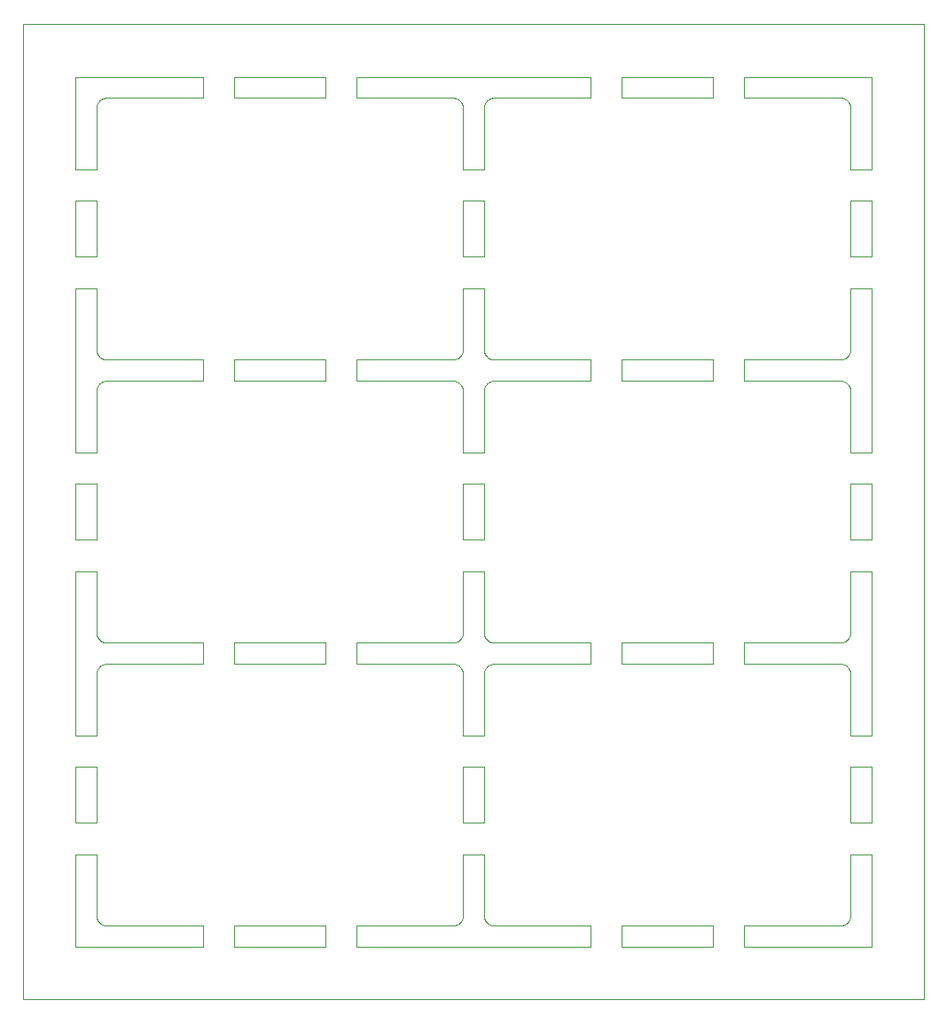
<source format=gbr>
%TF.GenerationSoftware,KiCad,Pcbnew,8.0.3*%
%TF.CreationDate,2024-12-25T16:19:31+08:00*%
%TF.ProjectId,ICM-42688_Panelized,49434d2d-3432-4363-9838-5f50616e656c,rev?*%
%TF.SameCoordinates,Original*%
%TF.FileFunction,Profile,NP*%
%FSLAX46Y46*%
G04 Gerber Fmt 4.6, Leading zero omitted, Abs format (unit mm)*
G04 Created by KiCad (PCBNEW 8.0.3) date 2024-12-25 16:19:31*
%MOMM*%
%LPD*%
G01*
G04 APERTURE LIST*
%TA.AperFunction,Profile*%
%ADD10C,0.100000*%
%TD*%
G04 APERTURE END LIST*
D10*
X147374346Y-78485301D02*
X147397804Y-78440394D01*
X146651427Y-81011531D02*
X146601168Y-81005130D01*
X183701298Y-105979529D02*
X183750652Y-105968077D01*
X184112105Y-78790775D02*
X184151372Y-78758758D01*
X183500000Y-79000000D02*
X183550649Y-78998716D01*
X149625653Y-27514698D02*
X149602195Y-27559605D01*
X113059605Y-54102195D02*
X113014698Y-54125653D01*
X112709224Y-81387894D02*
X112679236Y-81428731D01*
X113059605Y-51897804D02*
X113105644Y-51918957D01*
X112741241Y-27348627D02*
X112709224Y-27387894D01*
X183847305Y-78937752D02*
X183894355Y-78918957D01*
X146847305Y-105937752D02*
X146894355Y-105918957D01*
X150449350Y-54001283D02*
X150398831Y-54005130D01*
X146500000Y-79000000D02*
X146550649Y-78998716D01*
X183550649Y-105998716D02*
X183601168Y-105994869D01*
X150398831Y-54005130D02*
X150348572Y-54011531D01*
X112500000Y-78000000D02*
X112501283Y-78050649D01*
X146985301Y-105874346D02*
X147028964Y-105848644D01*
X148499000Y-60833333D02*
X147500000Y-60833333D01*
X184500000Y-45166666D02*
X186500000Y-45166666D01*
X112928731Y-78820763D02*
X112971035Y-78848644D01*
X184258758Y-78651372D02*
X184290775Y-78612105D01*
X147418957Y-54605644D02*
X147397804Y-54559605D01*
X122666666Y-52000000D02*
X122666666Y-52999000D01*
X184454139Y-51299363D02*
X184468077Y-51250652D01*
X147374346Y-54514698D02*
X147348644Y-54471035D01*
X149501283Y-81949350D02*
X149500000Y-82000000D01*
X149928731Y-105820763D02*
X149971035Y-105848644D01*
X146550649Y-78998716D02*
X146601168Y-78994869D01*
X150500000Y-79000000D02*
X159666666Y-79000000D01*
X149545860Y-81700636D02*
X149531922Y-81749347D01*
X149500000Y-72166666D02*
X149500000Y-78000000D01*
X184437752Y-51347305D02*
X184454139Y-51299363D01*
X113200636Y-78954139D02*
X113249347Y-78968077D01*
X183550649Y-27001283D02*
X183500000Y-27000000D01*
X159666666Y-25000000D02*
X159666666Y-27000000D01*
X146847305Y-54062247D02*
X146799363Y-54045860D01*
X147397804Y-51440394D02*
X147418957Y-51394355D01*
X146940394Y-78897804D02*
X146985301Y-78874346D01*
X147188966Y-51724792D02*
X147224792Y-51688966D01*
X149500000Y-78000000D02*
X149501283Y-78050649D01*
X149625653Y-105485301D02*
X149651355Y-105528964D01*
X147258758Y-54348627D02*
X147224792Y-54311033D01*
X146701298Y-78979529D02*
X146750652Y-78968077D01*
X125666666Y-27000000D02*
X125666666Y-25000000D01*
X183651427Y-27011531D02*
X183601168Y-27005130D01*
X113348572Y-51988468D02*
X113398831Y-51994869D01*
X146750652Y-105968077D02*
X146799363Y-105954139D01*
X150449350Y-51998716D02*
X150500000Y-52000000D01*
X184454139Y-81700636D02*
X184437752Y-81652694D01*
X184479529Y-27798701D02*
X184468077Y-27749347D01*
X146940394Y-105897804D02*
X146985301Y-105874346D01*
X149511531Y-51151427D02*
X149520470Y-51201298D01*
X112775207Y-27311033D02*
X112741241Y-27348627D01*
X137333333Y-106000000D02*
X146500000Y-106000000D01*
X122666666Y-53001000D02*
X122666666Y-54000000D01*
X147418957Y-27605644D02*
X147397804Y-27559605D01*
X184397804Y-105440394D02*
X184418957Y-105394355D01*
X149679236Y-78571268D02*
X149709224Y-78612105D01*
X149500000Y-90833333D02*
X149500000Y-96166666D01*
X146847305Y-81062247D02*
X146799363Y-81045860D01*
X150249347Y-27031922D02*
X150200636Y-27045860D01*
X112887894Y-27209224D02*
X112848627Y-27241241D01*
X112928731Y-105820763D02*
X112971035Y-105848644D01*
X147112105Y-81209224D02*
X147071268Y-81179236D01*
X112581042Y-54605644D02*
X112562247Y-54652694D01*
X149511531Y-78151427D02*
X149520470Y-78201298D01*
X184397804Y-54559605D02*
X184374346Y-54514698D01*
X110500000Y-33833333D02*
X110500000Y-25000000D01*
X112500000Y-69166666D02*
X110500000Y-69166666D01*
X113249347Y-51968077D02*
X113298701Y-51979529D01*
X184188966Y-27275207D02*
X184151372Y-27241241D01*
X149928731Y-51820763D02*
X149971035Y-51848644D01*
X147418957Y-51394355D02*
X147437752Y-51347305D01*
X113348572Y-54011531D02*
X113298701Y-54020470D01*
X183985301Y-27125653D02*
X183940394Y-27102195D01*
X184468077Y-51250652D02*
X184479529Y-51201298D01*
X149625653Y-51485301D02*
X149651355Y-51528964D01*
X162666666Y-80001000D02*
X162666666Y-79999000D01*
X174333333Y-27000000D02*
X174333333Y-25000000D01*
X183550649Y-54001283D02*
X183500000Y-54000000D01*
X150059605Y-51897804D02*
X150105644Y-51918957D01*
X112887894Y-54209224D02*
X112848627Y-54241241D01*
X184374346Y-81514698D02*
X184348644Y-81471035D01*
X184468077Y-105250652D02*
X184479529Y-105201298D01*
X149651355Y-54471035D02*
X149625653Y-54514698D01*
X149500000Y-99166666D02*
X149500000Y-105000000D01*
X147418957Y-81605644D02*
X147397804Y-81559605D01*
X125666666Y-54000000D02*
X125666666Y-53001000D01*
X184397804Y-78440394D02*
X184418957Y-78394355D01*
X147151372Y-54241241D02*
X147112105Y-54209224D01*
X184112105Y-54209224D02*
X184071268Y-54179236D01*
X146550649Y-105998716D02*
X146601168Y-105994869D01*
X147494869Y-54898831D02*
X147488468Y-54848572D01*
X112581042Y-81605644D02*
X112562247Y-81652694D01*
X184500000Y-55000000D02*
X184498716Y-54949350D01*
X146701298Y-81020470D02*
X146651427Y-81011531D01*
X147488468Y-54848572D02*
X147479529Y-54798701D01*
X113449350Y-27001283D02*
X113398831Y-27005130D01*
X149505130Y-81898831D02*
X149501283Y-81949350D01*
X146651427Y-105988468D02*
X146701298Y-105979529D01*
X110500000Y-72166666D02*
X112500000Y-72166666D01*
X134333333Y-79999000D02*
X134333333Y-80001000D01*
X112625653Y-54514698D02*
X112602195Y-54559605D01*
X183985301Y-54125653D02*
X183940394Y-54102195D01*
X184028964Y-27151355D02*
X183985301Y-27125653D01*
X147418957Y-105394355D02*
X147437752Y-105347305D01*
X186500000Y-42166666D02*
X184500000Y-42166666D01*
X186500000Y-108000000D02*
X174333333Y-108000000D01*
X150449350Y-78998716D02*
X150500000Y-79000000D01*
X150200636Y-78954139D02*
X150249347Y-78968077D01*
X112520470Y-54798701D02*
X112511531Y-54848572D01*
X112505130Y-78101168D02*
X112511531Y-78151427D01*
X146550649Y-27001283D02*
X146500000Y-27000000D01*
X147500000Y-99166666D02*
X148499000Y-99166666D01*
X149602195Y-51440394D02*
X149625653Y-51485301D01*
X147071268Y-81179236D02*
X147028964Y-81151355D01*
X147488468Y-27848572D02*
X147479529Y-27798701D01*
X147479529Y-81798701D02*
X147468077Y-81749347D01*
X184500000Y-72166666D02*
X186500000Y-72166666D01*
X112500000Y-99166666D02*
X112500000Y-105000000D01*
X125666666Y-79000000D02*
X134333333Y-79000000D01*
X184500000Y-78000000D02*
X184500000Y-72166666D01*
X147071268Y-54179236D02*
X147028964Y-54151355D01*
X112887894Y-105790775D02*
X112928731Y-105820763D01*
X146799363Y-105954139D02*
X146847305Y-105937752D01*
X150500000Y-81000000D02*
X150449350Y-81001283D01*
X147468077Y-81749347D02*
X147454139Y-81700636D01*
X112679236Y-27428731D02*
X112651355Y-27471035D01*
X113105644Y-78918957D02*
X113152694Y-78937752D01*
X147468077Y-51250652D02*
X147479529Y-51201298D01*
X150249347Y-78968077D02*
X150298701Y-78979529D01*
X148499000Y-90833333D02*
X148501000Y-90833333D01*
X113014698Y-27125653D02*
X112971035Y-27151355D01*
X147397804Y-81559605D02*
X147374346Y-81514698D01*
X183750652Y-81031922D02*
X183701298Y-81020470D01*
X147500000Y-82000000D02*
X147498716Y-81949350D01*
X149531922Y-78250652D02*
X149545860Y-78299363D01*
X149581042Y-51394355D02*
X149602195Y-51440394D01*
X112625653Y-81514698D02*
X112602195Y-81559605D01*
X134333333Y-106000000D02*
X134333333Y-108000000D01*
X149625653Y-81514698D02*
X149602195Y-81559605D01*
X147454139Y-105299363D02*
X147468077Y-105250652D01*
X112520470Y-51201298D02*
X112531922Y-51250652D01*
X110500000Y-108000000D02*
X110500000Y-99166666D01*
X147500000Y-45166666D02*
X148499000Y-45166666D01*
X183940394Y-81102195D02*
X183894355Y-81081042D01*
X171333333Y-27000000D02*
X162666666Y-27000000D01*
X149581042Y-105394355D02*
X149602195Y-105440394D01*
X112531922Y-81749347D02*
X112520470Y-81798701D01*
X150014698Y-51874346D02*
X150059605Y-51897804D01*
X112928731Y-54179236D02*
X112887894Y-54209224D01*
X150298701Y-54020470D02*
X150249347Y-54031922D01*
X113105644Y-27081042D02*
X113059605Y-27102195D01*
X159666666Y-52000000D02*
X159666666Y-52999000D01*
X147112105Y-105790775D02*
X147151372Y-105758758D01*
X184500000Y-96166666D02*
X184500000Y-90833333D01*
X159666666Y-79999000D02*
X159666666Y-80001000D01*
X146550649Y-51998716D02*
X146601168Y-51994869D01*
X137333333Y-54000000D02*
X137333333Y-53001000D01*
X112775207Y-78688966D02*
X112811033Y-78724792D01*
X134333333Y-79000000D02*
X134333333Y-79999000D01*
X149505130Y-51101168D02*
X149511531Y-51151427D01*
X184290775Y-27387894D02*
X184258758Y-27348627D01*
X113398831Y-54005130D02*
X113348572Y-54011531D01*
X184437752Y-78347305D02*
X184454139Y-78299363D01*
X112545860Y-27700636D02*
X112531922Y-27749347D01*
X134333333Y-80001000D02*
X134333333Y-81000000D01*
X147374346Y-27514698D02*
X147348644Y-27471035D01*
X183601168Y-105994869D02*
X183651427Y-105988468D01*
X112971035Y-78848644D02*
X113014698Y-78874346D01*
X110500000Y-99166666D02*
X112500000Y-99166666D01*
X184071268Y-78820763D02*
X184112105Y-78790775D01*
X184500000Y-63833333D02*
X186500000Y-63833333D01*
X148501000Y-99166666D02*
X149500000Y-99166666D01*
X149505130Y-54898831D02*
X149501283Y-54949350D01*
X147320763Y-105571268D02*
X147348644Y-105528964D01*
X149501283Y-51050649D02*
X149505130Y-51101168D01*
X162666666Y-52999000D02*
X162666666Y-52000000D01*
X146894355Y-51918957D02*
X146940394Y-51897804D01*
X147468077Y-54749347D02*
X147454139Y-54700636D01*
X147071268Y-105820763D02*
X147112105Y-105790775D01*
X149887894Y-51790775D02*
X149928731Y-51820763D01*
X184290775Y-105612105D02*
X184320763Y-105571268D01*
X146799363Y-54045860D02*
X146750652Y-54031922D01*
X184494869Y-54898831D02*
X184488468Y-54848572D01*
X148499000Y-33833333D02*
X147500000Y-33833333D01*
X149500000Y-55000000D02*
X149500000Y-60833333D01*
X147397804Y-54559605D02*
X147374346Y-54514698D01*
X148501000Y-60833333D02*
X148499000Y-60833333D01*
X149679236Y-81428731D02*
X149651355Y-81471035D01*
X112928731Y-27179236D02*
X112887894Y-27209224D01*
X184500000Y-90833333D02*
X186500000Y-90833333D01*
X186500000Y-60833333D02*
X184500000Y-60833333D01*
X183750652Y-105968077D02*
X183799363Y-105954139D01*
X112602195Y-105440394D02*
X112625653Y-105485301D01*
X137333333Y-25000000D02*
X159666666Y-25000000D01*
X149500000Y-45166666D02*
X149500000Y-51000000D01*
X113398831Y-51994869D02*
X113449350Y-51998716D01*
X184151372Y-78758758D02*
X184188966Y-78724792D01*
X184500000Y-33833333D02*
X184500000Y-28000000D01*
X184479529Y-81798701D02*
X184468077Y-81749347D01*
X184348644Y-78528964D02*
X184374346Y-78485301D01*
X149602195Y-54559605D02*
X149581042Y-54605644D01*
X112545860Y-105299363D02*
X112562247Y-105347305D01*
X147500000Y-87833333D02*
X147500000Y-82000000D01*
X146750652Y-51968077D02*
X146799363Y-51954139D01*
X113298701Y-51979529D02*
X113348572Y-51988468D01*
X113014698Y-51874346D02*
X113059605Y-51897804D01*
X184454139Y-27700636D02*
X184437752Y-27652694D01*
X113348572Y-105988468D02*
X113398831Y-105994869D01*
X150059605Y-105897804D02*
X150105644Y-105918957D01*
X146894355Y-27081042D02*
X146847305Y-27062247D01*
X184374346Y-27514698D02*
X184348644Y-27471035D01*
X150348572Y-54011531D02*
X150298701Y-54020470D01*
X112581042Y-27605644D02*
X112562247Y-27652694D01*
X147454139Y-78299363D02*
X147468077Y-78250652D01*
X174333333Y-81000000D02*
X174333333Y-80001000D01*
X149500000Y-87833333D02*
X148501000Y-87833333D01*
X150298701Y-105979529D02*
X150348572Y-105988468D01*
X174333333Y-79999000D02*
X174333333Y-79000000D01*
X184468077Y-27749347D02*
X184454139Y-27700636D01*
X149928731Y-78820763D02*
X149971035Y-78848644D01*
X112500000Y-51000000D02*
X112501283Y-51050649D01*
X183799363Y-105954139D02*
X183847305Y-105937752D01*
X184112105Y-27209224D02*
X184071268Y-27179236D01*
X146651427Y-27011531D02*
X146601168Y-27005130D01*
X149500000Y-33833333D02*
X148501000Y-33833333D01*
X184071268Y-54179236D02*
X184028964Y-54151355D01*
X183894355Y-27081042D02*
X183847305Y-27062247D01*
X112500000Y-96166666D02*
X110500000Y-96166666D01*
X171333333Y-108000000D02*
X162666666Y-108000000D01*
X113152694Y-27062247D02*
X113105644Y-27081042D01*
X113105644Y-81081042D02*
X113059605Y-81102195D01*
X112775207Y-54311033D02*
X112741241Y-54348627D01*
X184479529Y-78201298D02*
X184488468Y-78151427D01*
X112887894Y-51790775D02*
X112928731Y-51820763D01*
X183940394Y-105897804D02*
X183985301Y-105874346D01*
X112679236Y-54428731D02*
X112651355Y-54471035D01*
X184454139Y-105299363D02*
X184468077Y-105250652D01*
X147151372Y-51758758D02*
X147188966Y-51724792D01*
X184374346Y-105485301D02*
X184397804Y-105440394D01*
X149562247Y-81652694D02*
X149545860Y-81700636D01*
X150348572Y-105988468D02*
X150398831Y-105994869D01*
X146847305Y-27062247D02*
X146799363Y-27045860D01*
X112741241Y-105651372D02*
X112775207Y-105688966D01*
X134333333Y-52000000D02*
X134333333Y-52999000D01*
X174333333Y-108000000D02*
X174333333Y-106000000D01*
X148499000Y-36833333D02*
X148501000Y-36833333D01*
X146500000Y-81000000D02*
X137333333Y-81000000D01*
X147397804Y-105440394D02*
X147418957Y-105394355D01*
X159666666Y-54000000D02*
X150500000Y-54000000D01*
X113059605Y-81102195D02*
X113014698Y-81125653D01*
X184418957Y-78394355D02*
X184437752Y-78347305D01*
X149811033Y-81275207D02*
X149775207Y-81311033D01*
X183894355Y-54081042D02*
X183847305Y-54062247D01*
X112500000Y-60833333D02*
X110500000Y-60833333D01*
X147028964Y-27151355D02*
X146985301Y-27125653D01*
X113249347Y-81031922D02*
X113200636Y-81045860D01*
X112531922Y-27749347D02*
X112520470Y-27798701D01*
X149625653Y-78485301D02*
X149651355Y-78528964D01*
X183500000Y-106000000D02*
X183550649Y-105998716D01*
X150105644Y-51918957D02*
X150152694Y-51937752D01*
X146894355Y-81081042D02*
X146847305Y-81062247D01*
X183601168Y-78994869D02*
X183651427Y-78988468D01*
X148501000Y-90833333D02*
X149500000Y-90833333D01*
X149971035Y-105848644D02*
X150014698Y-105874346D01*
X147028964Y-54151355D02*
X146985301Y-54125653D01*
X122666666Y-79000000D02*
X122666666Y-79999000D01*
X110500000Y-87833333D02*
X110500000Y-72166666D01*
X112971035Y-81151355D02*
X112928731Y-81179236D01*
X174333333Y-79000000D02*
X183500000Y-79000000D01*
X147437752Y-81652694D02*
X147418957Y-81605644D01*
X183601168Y-81005130D02*
X183550649Y-81001283D01*
X112500000Y-87833333D02*
X110500000Y-87833333D01*
X162666666Y-108000000D02*
X162666666Y-106000000D01*
X184348644Y-54471035D02*
X184320763Y-54428731D01*
X149562247Y-105347305D02*
X149581042Y-105394355D01*
X149511531Y-54848572D02*
X149505130Y-54898831D01*
X112581042Y-51394355D02*
X112602195Y-51440394D01*
X146940394Y-27102195D02*
X146894355Y-27081042D01*
X137333333Y-79999000D02*
X137333333Y-79000000D01*
X184258758Y-27348627D02*
X184224792Y-27311033D01*
X186500000Y-63833333D02*
X186500000Y-69166666D01*
X113200636Y-27045860D02*
X113152694Y-27062247D01*
X149848627Y-105758758D02*
X149887894Y-105790775D01*
X184418957Y-51394355D02*
X184437752Y-51347305D01*
X184418957Y-54605644D02*
X184397804Y-54559605D01*
X149928731Y-81179236D02*
X149887894Y-81209224D01*
X186500000Y-72166666D02*
X186500000Y-87833333D01*
X184188966Y-81275207D02*
X184151372Y-81241241D01*
X150105644Y-54081042D02*
X150059605Y-54102195D01*
X113105644Y-54081042D02*
X113059605Y-54102195D01*
X112511531Y-78151427D02*
X112520470Y-78201298D01*
X184488468Y-81848572D02*
X184479529Y-81798701D01*
X184468077Y-54749347D02*
X184454139Y-54700636D01*
X183500000Y-81000000D02*
X174333333Y-81000000D01*
X149971035Y-78848644D02*
X150014698Y-78874346D01*
X146550649Y-54001283D02*
X146500000Y-54000000D01*
X162666666Y-52000000D02*
X171333333Y-52000000D01*
X184494869Y-51101168D02*
X184498716Y-51050649D01*
X137333333Y-52000000D02*
X146500000Y-52000000D01*
X147374346Y-51485301D02*
X147397804Y-51440394D01*
X184224792Y-51688966D02*
X184258758Y-51651372D01*
X183500000Y-54000000D02*
X174333333Y-54000000D01*
X147071268Y-78820763D02*
X147112105Y-78790775D01*
X183847305Y-51937752D02*
X183894355Y-51918957D01*
X150200636Y-105954139D02*
X150249347Y-105968077D01*
X147494869Y-105101168D02*
X147498716Y-105050649D01*
X184224792Y-54311033D02*
X184188966Y-54275207D01*
X184374346Y-54514698D02*
X184348644Y-54471035D01*
X148501000Y-72166666D02*
X149500000Y-72166666D01*
X150014698Y-78874346D02*
X150059605Y-78897804D01*
X162666666Y-54000000D02*
X162666666Y-53001000D01*
X112520470Y-78201298D02*
X112531922Y-78250652D01*
X147258758Y-27348627D02*
X147224792Y-27311033D01*
X183550649Y-51998716D02*
X183601168Y-51994869D01*
X112741241Y-51651372D02*
X112775207Y-51688966D01*
X186500000Y-36833333D02*
X186500000Y-42166666D01*
X149501283Y-27949350D02*
X149500000Y-28000000D01*
X147348644Y-81471035D02*
X147320763Y-81428731D01*
X149602195Y-78440394D02*
X149625653Y-78485301D01*
X150500000Y-52000000D02*
X159666666Y-52000000D01*
X174333333Y-80001000D02*
X174333333Y-79999000D01*
X150059605Y-54102195D02*
X150014698Y-54125653D01*
X146847305Y-78937752D02*
X146894355Y-78918957D01*
X137333333Y-79000000D02*
X146500000Y-79000000D01*
X147479529Y-27798701D02*
X147468077Y-27749347D01*
X184488468Y-51151427D02*
X184494869Y-51101168D01*
X113152694Y-81062247D02*
X113105644Y-81081042D01*
X122666666Y-27000000D02*
X113500000Y-27000000D01*
X149500000Y-42166666D02*
X148501000Y-42166666D01*
X147498716Y-54949350D02*
X147494869Y-54898831D01*
X112520470Y-105201298D02*
X112531922Y-105250652D01*
X146601168Y-78994869D02*
X146651427Y-78988468D01*
X146894355Y-78918957D02*
X146940394Y-78897804D01*
X112581042Y-78394355D02*
X112602195Y-78440394D01*
X112811033Y-78724792D02*
X112848627Y-78758758D01*
X148499000Y-96166666D02*
X147500000Y-96166666D01*
X150059605Y-81102195D02*
X150014698Y-81125653D01*
X183550649Y-81001283D02*
X183500000Y-81000000D01*
X146500000Y-27000000D02*
X137333333Y-27000000D01*
X191500000Y-113000000D02*
X191500000Y-20000000D01*
X186500000Y-96166666D02*
X184500000Y-96166666D01*
X113152694Y-105937752D02*
X113200636Y-105954139D01*
X149500000Y-96166666D02*
X148501000Y-96166666D01*
X113298701Y-54020470D02*
X113249347Y-54031922D01*
X125666666Y-53001000D02*
X125666666Y-52999000D01*
X183651427Y-54011531D02*
X183601168Y-54005130D01*
X112971035Y-105848644D02*
X113014698Y-105874346D01*
X149505130Y-105101168D02*
X149511531Y-105151427D01*
X147488468Y-51151427D02*
X147494869Y-51101168D01*
X149511531Y-105151427D02*
X149520470Y-105201298D01*
X186500000Y-33833333D02*
X184500000Y-33833333D01*
X122666666Y-81000000D02*
X113500000Y-81000000D01*
X122666666Y-80001000D02*
X122666666Y-81000000D01*
X149651355Y-78528964D02*
X149679236Y-78571268D01*
X183799363Y-51954139D02*
X183847305Y-51937752D01*
X149679236Y-51571268D02*
X149709224Y-51612105D01*
X112679236Y-81428731D02*
X112651355Y-81471035D01*
X148499000Y-87833333D02*
X147500000Y-87833333D01*
X112531922Y-54749347D02*
X112520470Y-54798701D01*
X113500000Y-81000000D02*
X113449350Y-81001283D01*
X146550649Y-81001283D02*
X146500000Y-81000000D01*
X113200636Y-105954139D02*
X113249347Y-105968077D01*
X184348644Y-105528964D02*
X184374346Y-105485301D01*
X147290775Y-27387894D02*
X147258758Y-27348627D01*
X113449350Y-51998716D02*
X113500000Y-52000000D01*
X125666666Y-81000000D02*
X125666666Y-80001000D01*
X110500000Y-42166666D02*
X110500000Y-36833333D01*
X137333333Y-52999000D02*
X137333333Y-52000000D01*
X184454139Y-78299363D02*
X184468077Y-78250652D01*
X149531922Y-54749347D02*
X149520470Y-54798701D01*
X149602195Y-81559605D02*
X149581042Y-81605644D01*
X183985301Y-105874346D02*
X184028964Y-105848644D01*
X150298701Y-78979529D02*
X150348572Y-78988468D01*
X149775207Y-78688966D02*
X149811033Y-78724792D01*
X147397804Y-27559605D02*
X147374346Y-27514698D01*
X184494869Y-27898831D02*
X184488468Y-27848572D01*
X149562247Y-78347305D02*
X149581042Y-78394355D01*
X147112105Y-54209224D02*
X147071268Y-54179236D01*
X113200636Y-54045860D02*
X113152694Y-54062247D01*
X146799363Y-78954139D02*
X146847305Y-78937752D01*
X149505130Y-78101168D02*
X149511531Y-78151427D01*
X184290775Y-78612105D02*
X184320763Y-78571268D01*
X147488468Y-78151427D02*
X147494869Y-78101168D01*
X112505130Y-81898831D02*
X112501283Y-81949350D01*
X184320763Y-27428731D02*
X184290775Y-27387894D01*
X149501283Y-54949350D02*
X149500000Y-55000000D01*
X113059605Y-78897804D02*
X113105644Y-78918957D01*
X183701298Y-51979529D02*
X183750652Y-51968077D01*
X150152694Y-54062247D02*
X150105644Y-54081042D01*
X184071268Y-27179236D02*
X184028964Y-27151355D01*
X183750652Y-54031922D02*
X183701298Y-54020470D01*
X147320763Y-27428731D02*
X147290775Y-27387894D01*
X184290775Y-51612105D02*
X184320763Y-51571268D01*
X149741241Y-81348627D02*
X149709224Y-81387894D01*
X148501000Y-63833333D02*
X149500000Y-63833333D01*
X146799363Y-81045860D02*
X146750652Y-81031922D01*
X146985301Y-81125653D02*
X146940394Y-81102195D01*
X149520470Y-27798701D02*
X149511531Y-27848572D01*
X147224792Y-27311033D02*
X147188966Y-27275207D01*
X112741241Y-78651372D02*
X112775207Y-78688966D01*
X112811033Y-51724792D02*
X112848627Y-51758758D01*
X112811033Y-81275207D02*
X112775207Y-81311033D01*
X112971035Y-54151355D02*
X112928731Y-54179236D01*
X162666666Y-81000000D02*
X162666666Y-80001000D01*
X149500000Y-63833333D02*
X149500000Y-69166666D01*
X112625653Y-51485301D02*
X112651355Y-51528964D01*
X147151372Y-81241241D02*
X147112105Y-81209224D01*
X122666666Y-79999000D02*
X122666666Y-80001000D01*
X183651427Y-78988468D02*
X183701298Y-78979529D01*
X147454139Y-54700636D02*
X147437752Y-54652694D01*
X149971035Y-27151355D02*
X149928731Y-27179236D01*
X110500000Y-90833333D02*
X112500000Y-90833333D01*
X184498716Y-51050649D02*
X184500000Y-51000000D01*
X147290775Y-78612105D02*
X147320763Y-78571268D01*
X110500000Y-60833333D02*
X110500000Y-45166666D01*
X183799363Y-27045860D02*
X183750652Y-27031922D01*
X112562247Y-54652694D02*
X112545860Y-54700636D01*
X149679236Y-54428731D02*
X149651355Y-54471035D01*
X147224792Y-105688966D02*
X147258758Y-105651372D01*
X147112105Y-51790775D02*
X147151372Y-51758758D01*
X149679236Y-27428731D02*
X149651355Y-27471035D01*
X147348644Y-105528964D02*
X147374346Y-105485301D01*
X112501283Y-54949350D02*
X112500000Y-55000000D01*
X113014698Y-78874346D02*
X113059605Y-78897804D01*
X146985301Y-78874346D02*
X147028964Y-78848644D01*
X147468077Y-27749347D02*
X147454139Y-27700636D01*
X112887894Y-81209224D02*
X112848627Y-81241241D01*
X149741241Y-51651372D02*
X149775207Y-51688966D01*
X113298701Y-105979529D02*
X113348572Y-105988468D01*
X147290775Y-51612105D02*
X147320763Y-51571268D01*
X183894355Y-78918957D02*
X183940394Y-78897804D01*
X162666666Y-53001000D02*
X162666666Y-52999000D01*
X183847305Y-27062247D02*
X183799363Y-27045860D01*
X146940394Y-51897804D02*
X146985301Y-51874346D01*
X149501283Y-78050649D02*
X149505130Y-78101168D01*
X147348644Y-54471035D02*
X147320763Y-54428731D01*
X174333333Y-52000000D02*
X183500000Y-52000000D01*
X183940394Y-27102195D02*
X183894355Y-27081042D01*
X112679236Y-51571268D02*
X112709224Y-51612105D01*
X125666666Y-106000000D02*
X134333333Y-106000000D01*
X112581042Y-105394355D02*
X112602195Y-105440394D01*
X149520470Y-81798701D02*
X149511531Y-81848572D01*
X183701298Y-78979529D02*
X183750652Y-78968077D01*
X184498716Y-54949350D02*
X184494869Y-54898831D01*
X184488468Y-27848572D02*
X184479529Y-27798701D01*
X149887894Y-81209224D02*
X149848627Y-81241241D01*
X171333333Y-54000000D02*
X162666666Y-54000000D01*
X186500000Y-90833333D02*
X186500000Y-96166666D01*
X149811033Y-27275207D02*
X149775207Y-27311033D01*
X112602195Y-81559605D02*
X112581042Y-81605644D01*
X147348644Y-51528964D02*
X147374346Y-51485301D01*
X184028964Y-51848644D02*
X184071268Y-51820763D01*
X147468077Y-78250652D02*
X147479529Y-78201298D01*
X150152694Y-27062247D02*
X150105644Y-27081042D01*
X149709224Y-81387894D02*
X149679236Y-81428731D01*
X112501283Y-51050649D02*
X112505130Y-51101168D01*
X147500000Y-96166666D02*
X147500000Y-90833333D01*
X184500000Y-42166666D02*
X184500000Y-36833333D01*
X146651427Y-51988468D02*
X146701298Y-51979529D01*
X147500000Y-69166666D02*
X147500000Y-63833333D01*
X184494869Y-105101168D02*
X184498716Y-105050649D01*
X183750652Y-78968077D02*
X183799363Y-78954139D01*
X150348572Y-81011531D02*
X150298701Y-81020470D01*
X184258758Y-54348627D02*
X184224792Y-54311033D01*
X183500000Y-27000000D02*
X174333333Y-27000000D01*
X147437752Y-105347305D02*
X147454139Y-105299363D01*
X112651355Y-78528964D02*
X112679236Y-78571268D01*
X147479529Y-78201298D02*
X147488468Y-78151427D01*
X112501283Y-81949350D02*
X112500000Y-82000000D01*
X184151372Y-105758758D02*
X184188966Y-105724792D01*
X147188966Y-27275207D02*
X147151372Y-27241241D01*
X147437752Y-54652694D02*
X147418957Y-54605644D01*
X159666666Y-106000000D02*
X159666666Y-108000000D01*
X112709224Y-105612105D02*
X112741241Y-105651372D01*
X112501283Y-105050649D02*
X112505130Y-105101168D01*
X149887894Y-27209224D02*
X149848627Y-27241241D01*
X147028964Y-81151355D02*
X146985301Y-81125653D01*
X147290775Y-81387894D02*
X147258758Y-81348627D01*
X110500000Y-36833333D02*
X112500000Y-36833333D01*
X184112105Y-105790775D02*
X184151372Y-105758758D01*
X149500000Y-105000000D02*
X149501283Y-105050649D01*
X149775207Y-105688966D02*
X149811033Y-105724792D01*
X147479529Y-51201298D02*
X147488468Y-51151427D01*
X150105644Y-81081042D02*
X150059605Y-81102195D01*
X125666666Y-25000000D02*
X134333333Y-25000000D01*
X112500000Y-63833333D02*
X112500000Y-69166666D01*
X112811033Y-54275207D02*
X112775207Y-54311033D01*
X149625653Y-54514698D02*
X149602195Y-54559605D01*
X159666666Y-81000000D02*
X150500000Y-81000000D01*
X184468077Y-78250652D02*
X184479529Y-78201298D01*
X150152694Y-78937752D02*
X150200636Y-78954139D01*
X147348644Y-27471035D02*
X147320763Y-27428731D01*
X112500000Y-72166666D02*
X112500000Y-78000000D01*
X112500000Y-55000000D02*
X112500000Y-60833333D01*
X183847305Y-54062247D02*
X183799363Y-54045860D01*
X112811033Y-105724792D02*
X112848627Y-105758758D01*
X149741241Y-78651372D02*
X149775207Y-78688966D01*
X112811033Y-27275207D02*
X112775207Y-27311033D01*
X150014698Y-27125653D02*
X149971035Y-27151355D01*
X149511531Y-81848572D02*
X149505130Y-81898831D01*
X184028964Y-54151355D02*
X183985301Y-54125653D01*
X171333333Y-52999000D02*
X171333333Y-53001000D01*
X150500000Y-106000000D02*
X159666666Y-106000000D01*
X112679236Y-105571268D02*
X112709224Y-105612105D01*
X184071268Y-51820763D02*
X184112105Y-51790775D01*
X137333333Y-108000000D02*
X137333333Y-106000000D01*
X150398831Y-78994869D02*
X150449350Y-78998716D01*
X147374346Y-105485301D02*
X147397804Y-105440394D01*
X183601168Y-27005130D02*
X183550649Y-27001283D01*
X147500000Y-33833333D02*
X147500000Y-28000000D01*
X112651355Y-27471035D02*
X112625653Y-27514698D01*
X184494869Y-78101168D02*
X184498716Y-78050649D01*
X184500000Y-82000000D02*
X184498716Y-81949350D01*
X147500000Y-72166666D02*
X148499000Y-72166666D01*
X147498716Y-27949350D02*
X147494869Y-27898831D01*
X112511531Y-81848572D02*
X112505130Y-81898831D01*
X112848627Y-78758758D02*
X112887894Y-78790775D01*
X174333333Y-53001000D02*
X174333333Y-52999000D01*
X159666666Y-108000000D02*
X137333333Y-108000000D01*
X147498716Y-105050649D02*
X147500000Y-105000000D01*
X147188966Y-78724792D02*
X147224792Y-78688966D01*
X112775207Y-81311033D02*
X112741241Y-81348627D01*
X147494869Y-51101168D02*
X147498716Y-51050649D01*
X113105644Y-105918957D02*
X113152694Y-105937752D01*
X184028964Y-81151355D02*
X183985301Y-81125653D01*
X105500000Y-20000000D02*
X105500000Y-113000000D01*
X146799363Y-51954139D02*
X146847305Y-51937752D01*
X110500000Y-69166666D02*
X110500000Y-63833333D01*
X184494869Y-81898831D02*
X184488468Y-81848572D01*
X162666666Y-79999000D02*
X162666666Y-79000000D01*
X150500000Y-54000000D02*
X150449350Y-54001283D01*
X147454139Y-27700636D02*
X147437752Y-27652694D01*
X174333333Y-52999000D02*
X174333333Y-52000000D01*
X112651355Y-81471035D02*
X112625653Y-81514698D01*
X113398831Y-78994869D02*
X113449350Y-78998716D01*
X125666666Y-79999000D02*
X125666666Y-79000000D01*
X183940394Y-78897804D02*
X183985301Y-78874346D01*
X184397804Y-81559605D02*
X184374346Y-81514698D01*
X150298701Y-81020470D02*
X150249347Y-81031922D01*
X150449350Y-27001283D02*
X150398831Y-27005130D01*
X184500000Y-51000000D02*
X184500000Y-45166666D01*
X183799363Y-54045860D02*
X183750652Y-54031922D01*
X112500000Y-36833333D02*
X112500000Y-42166666D01*
X184188966Y-78724792D02*
X184224792Y-78688966D01*
X149651355Y-27471035D02*
X149625653Y-27514698D01*
X149887894Y-78790775D02*
X149928731Y-78820763D01*
X149562247Y-51347305D02*
X149581042Y-51394355D01*
X110500000Y-96166666D02*
X110500000Y-90833333D01*
X112531922Y-78250652D02*
X112545860Y-78299363D01*
X147479529Y-54798701D02*
X147468077Y-54749347D01*
X146601168Y-105994869D02*
X146651427Y-105988468D01*
X147320763Y-54428731D02*
X147290775Y-54387894D01*
X150449350Y-105998716D02*
X150500000Y-106000000D01*
X184151372Y-27241241D02*
X184112105Y-27209224D01*
X184188966Y-105724792D02*
X184224792Y-105688966D01*
X150105644Y-105918957D02*
X150152694Y-105937752D01*
X125666666Y-80001000D02*
X125666666Y-79999000D01*
X184112105Y-81209224D02*
X184071268Y-81179236D01*
X148499000Y-72166666D02*
X148501000Y-72166666D01*
X113298701Y-27020470D02*
X113249347Y-27031922D01*
X149545860Y-105299363D02*
X149562247Y-105347305D01*
X148501000Y-36833333D02*
X149500000Y-36833333D01*
X148499000Y-63833333D02*
X148501000Y-63833333D01*
X184071268Y-105820763D02*
X184112105Y-105790775D01*
X147494869Y-78101168D02*
X147498716Y-78050649D01*
X184188966Y-54275207D02*
X184151372Y-54241241D01*
X183799363Y-78954139D02*
X183847305Y-78937752D01*
X149928731Y-27179236D02*
X149887894Y-27209224D01*
X184151372Y-81241241D02*
X184112105Y-81209224D01*
X146985301Y-51874346D02*
X147028964Y-51848644D01*
X150398831Y-27005130D02*
X150348572Y-27011531D01*
X159666666Y-27000000D02*
X150500000Y-27000000D01*
X184488468Y-54848572D02*
X184479529Y-54798701D01*
X113014698Y-81125653D02*
X112971035Y-81151355D01*
X112500000Y-28000000D02*
X112500000Y-33833333D01*
X112625653Y-27514698D02*
X112602195Y-27559605D01*
X174333333Y-106000000D02*
X183500000Y-106000000D01*
X146500000Y-52000000D02*
X146550649Y-51998716D01*
X150298701Y-51979529D02*
X150348572Y-51988468D01*
X146847305Y-51937752D02*
X146894355Y-51918957D01*
X113200636Y-51954139D02*
X113249347Y-51968077D01*
X149887894Y-54209224D02*
X149848627Y-54241241D01*
X134333333Y-27000000D02*
X125666666Y-27000000D01*
X147320763Y-51571268D02*
X147348644Y-51528964D01*
X112928731Y-51820763D02*
X112971035Y-51848644D01*
X149581042Y-78394355D02*
X149602195Y-78440394D01*
X112562247Y-81652694D02*
X112545860Y-81700636D01*
X112500000Y-42166666D02*
X110500000Y-42166666D01*
X122666666Y-106000000D02*
X122666666Y-108000000D01*
X184488468Y-105151427D02*
X184494869Y-105101168D01*
X184454139Y-54700636D02*
X184437752Y-54652694D01*
X150105644Y-78918957D02*
X150152694Y-78937752D01*
X150014698Y-105874346D02*
X150059605Y-105897804D01*
X147454139Y-81700636D02*
X147437752Y-81652694D01*
X113398831Y-27005130D02*
X113348572Y-27011531D01*
X112505130Y-105101168D02*
X112511531Y-105151427D01*
X146601168Y-51994869D02*
X146651427Y-51988468D01*
X112775207Y-105688966D02*
X112811033Y-105724792D01*
X149811033Y-105724792D02*
X149848627Y-105758758D01*
X171333333Y-79000000D02*
X171333333Y-79999000D01*
X134333333Y-81000000D02*
X125666666Y-81000000D01*
X112545860Y-81700636D02*
X112531922Y-81749347D01*
X150014698Y-81125653D02*
X149971035Y-81151355D01*
X113249347Y-105968077D02*
X113298701Y-105979529D01*
X184488468Y-78151427D02*
X184494869Y-78101168D01*
X184479529Y-51201298D02*
X184488468Y-51151427D01*
X112848627Y-51758758D02*
X112887894Y-51790775D01*
X184500000Y-69166666D02*
X184500000Y-63833333D01*
X149775207Y-54311033D02*
X149741241Y-54348627D01*
X149520470Y-78201298D02*
X149531922Y-78250652D01*
X112545860Y-54700636D02*
X112531922Y-54749347D01*
X184320763Y-78571268D02*
X184348644Y-78528964D01*
X113059605Y-27102195D02*
X113014698Y-27125653D01*
X150249347Y-51968077D02*
X150298701Y-51979529D01*
X149531922Y-51250652D02*
X149545860Y-51299363D01*
X146750652Y-54031922D02*
X146701298Y-54020470D01*
X150059605Y-27102195D02*
X150014698Y-27125653D01*
X134333333Y-108000000D02*
X125666666Y-108000000D01*
X184320763Y-54428731D02*
X184290775Y-54387894D01*
X105500000Y-113000000D02*
X191500000Y-113000000D01*
X113449350Y-78998716D02*
X113500000Y-79000000D01*
X147454139Y-51299363D02*
X147468077Y-51250652D01*
X147320763Y-78571268D02*
X147348644Y-78528964D01*
X184498716Y-78050649D02*
X184500000Y-78000000D01*
X147112105Y-27209224D02*
X147071268Y-27179236D01*
X125666666Y-52999000D02*
X125666666Y-52000000D01*
X184348644Y-81471035D02*
X184320763Y-81428731D01*
X184500000Y-99166666D02*
X186500000Y-99166666D01*
X150200636Y-81045860D02*
X150152694Y-81062247D01*
X184320763Y-105571268D02*
X184348644Y-105528964D01*
X150200636Y-51954139D02*
X150249347Y-51968077D01*
X149811033Y-54275207D02*
X149775207Y-54311033D01*
X149709224Y-27387894D02*
X149679236Y-27428731D01*
X137333333Y-81000000D02*
X137333333Y-80001000D01*
X112602195Y-51440394D02*
X112625653Y-51485301D01*
X137333333Y-80001000D02*
X137333333Y-79999000D01*
X184437752Y-81652694D02*
X184418957Y-81605644D01*
X149520470Y-54798701D02*
X149511531Y-54848572D01*
X147500000Y-90833333D02*
X148499000Y-90833333D01*
X112741241Y-81348627D02*
X112709224Y-81387894D01*
X171333333Y-25000000D02*
X171333333Y-27000000D01*
X184500000Y-36833333D02*
X186500000Y-36833333D01*
X112602195Y-27559605D02*
X112581042Y-27605644D01*
X148501000Y-42166666D02*
X148499000Y-42166666D01*
X184374346Y-51485301D02*
X184397804Y-51440394D01*
X147500000Y-51000000D02*
X147500000Y-45166666D01*
X113059605Y-105897804D02*
X113105644Y-105918957D01*
X149971035Y-54151355D02*
X149928731Y-54179236D01*
X146750652Y-78968077D02*
X146799363Y-78954139D01*
X150449350Y-81001283D02*
X150398831Y-81005130D01*
X183940394Y-54102195D02*
X183894355Y-54081042D01*
X186500000Y-99166666D02*
X186500000Y-108000000D01*
X148501000Y-33833333D02*
X148499000Y-33833333D01*
X184224792Y-78688966D02*
X184258758Y-78651372D01*
X150249347Y-105968077D02*
X150298701Y-105979529D01*
X150249347Y-81031922D02*
X150200636Y-81045860D01*
X184028964Y-105848644D02*
X184071268Y-105820763D01*
X149545860Y-54700636D02*
X149531922Y-54749347D01*
X183985301Y-81125653D02*
X183940394Y-81102195D01*
X146894355Y-105918957D02*
X146940394Y-105897804D01*
X183651427Y-105988468D02*
X183701298Y-105979529D01*
X112651355Y-54471035D02*
X112625653Y-54514698D01*
X184290775Y-81387894D02*
X184258758Y-81348627D01*
X174333333Y-25000000D02*
X186500000Y-25000000D01*
X183940394Y-51897804D02*
X183985301Y-51874346D01*
X147494869Y-27898831D02*
X147488468Y-27848572D01*
X113500000Y-106000000D02*
X122666666Y-106000000D01*
X147348644Y-78528964D02*
X147374346Y-78485301D01*
X147468077Y-105250652D02*
X147479529Y-105201298D01*
X149741241Y-105651372D02*
X149775207Y-105688966D01*
X112602195Y-78440394D02*
X112625653Y-78485301D01*
X150398831Y-105994869D02*
X150449350Y-105998716D01*
X147028964Y-78848644D02*
X147071268Y-78820763D01*
X184224792Y-81311033D02*
X184188966Y-81275207D01*
X146940394Y-54102195D02*
X146894355Y-54081042D01*
X112848627Y-105758758D02*
X112887894Y-105790775D01*
X147488468Y-81848572D02*
X147479529Y-81798701D01*
X147188966Y-54275207D02*
X147151372Y-54241241D01*
X112602195Y-54559605D02*
X112581042Y-54605644D01*
X146985301Y-54125653D02*
X146940394Y-54102195D01*
X137333333Y-53001000D02*
X137333333Y-52999000D01*
X112709224Y-54387894D02*
X112679236Y-54428731D01*
X150152694Y-105937752D02*
X150200636Y-105954139D01*
X112971035Y-51848644D02*
X113014698Y-51874346D01*
X112775207Y-51688966D02*
X112811033Y-51724792D01*
X149775207Y-51688966D02*
X149811033Y-51724792D01*
X147437752Y-51347305D02*
X147454139Y-51299363D01*
X112741241Y-54348627D02*
X112709224Y-54387894D01*
X147500000Y-63833333D02*
X148499000Y-63833333D01*
X147188966Y-105724792D02*
X147224792Y-105688966D01*
X184258758Y-105651372D02*
X184290775Y-105612105D01*
X147500000Y-36833333D02*
X148499000Y-36833333D01*
X147479529Y-105201298D02*
X147488468Y-105151427D01*
X184418957Y-27605644D02*
X184397804Y-27559605D01*
X147224792Y-54311033D02*
X147188966Y-54275207D01*
X184151372Y-51758758D02*
X184188966Y-51724792D01*
X147500000Y-55000000D02*
X147498716Y-54949350D01*
X183750652Y-51968077D02*
X183799363Y-51954139D01*
X184374346Y-78485301D02*
X184397804Y-78440394D01*
X184468077Y-81749347D02*
X184454139Y-81700636D01*
X146940394Y-81102195D02*
X146894355Y-81081042D01*
X122666666Y-25000000D02*
X122666666Y-27000000D01*
X146500000Y-54000000D02*
X137333333Y-54000000D01*
X113200636Y-81045860D02*
X113152694Y-81062247D01*
X125666666Y-52000000D02*
X134333333Y-52000000D01*
X184500000Y-87833333D02*
X184500000Y-82000000D01*
X149848627Y-51758758D02*
X149887894Y-51790775D01*
X149848627Y-78758758D02*
X149887894Y-78790775D01*
X149928731Y-54179236D02*
X149887894Y-54209224D01*
X184437752Y-27652694D02*
X184418957Y-27605644D01*
X112562247Y-27652694D02*
X112545860Y-27700636D01*
X149500000Y-28000000D02*
X149500000Y-33833333D01*
X149602195Y-105440394D02*
X149625653Y-105485301D01*
X149848627Y-54241241D02*
X149811033Y-54275207D01*
X146500000Y-106000000D02*
X146550649Y-105998716D01*
X113249347Y-27031922D02*
X113200636Y-27045860D01*
X183701298Y-81020470D02*
X183651427Y-81011531D01*
X184320763Y-51571268D02*
X184348644Y-51528964D01*
X112679236Y-78571268D02*
X112709224Y-78612105D01*
X112500000Y-90833333D02*
X112500000Y-96166666D01*
X149709224Y-54387894D02*
X149679236Y-54428731D01*
X183750652Y-27031922D02*
X183701298Y-27020470D01*
X113500000Y-54000000D02*
X113449350Y-54001283D01*
X150348572Y-27011531D02*
X150298701Y-27020470D01*
X184258758Y-51651372D02*
X184290775Y-51612105D01*
X149679236Y-105571268D02*
X149709224Y-105612105D01*
X112651355Y-51528964D02*
X112679236Y-51571268D01*
X149775207Y-81311033D02*
X149741241Y-81348627D01*
X113348572Y-78988468D02*
X113398831Y-78994869D01*
X162666666Y-25000000D02*
X171333333Y-25000000D01*
X149811033Y-78724792D02*
X149848627Y-78758758D01*
X113398831Y-81005130D02*
X113348572Y-81011531D01*
X134333333Y-52999000D02*
X134333333Y-53001000D01*
X149581042Y-81605644D02*
X149562247Y-81652694D01*
X147151372Y-27241241D02*
X147112105Y-27209224D01*
X147290775Y-54387894D02*
X147258758Y-54348627D01*
X191500000Y-20000000D02*
X105500000Y-20000000D01*
X146701298Y-105979529D02*
X146750652Y-105968077D01*
X186500000Y-45166666D02*
X186500000Y-60833333D01*
X184397804Y-51440394D02*
X184418957Y-51394355D01*
X147224792Y-81311033D02*
X147188966Y-81275207D01*
X150200636Y-27045860D02*
X150152694Y-27062247D01*
X112709224Y-27387894D02*
X112679236Y-27428731D01*
X184500000Y-105000000D02*
X184500000Y-99166666D01*
X183847305Y-105937752D02*
X183894355Y-105918957D01*
X147028964Y-105848644D02*
X147071268Y-105820763D01*
X150152694Y-51937752D02*
X150200636Y-51954139D01*
X183894355Y-105918957D02*
X183940394Y-105897804D01*
X112928731Y-81179236D02*
X112887894Y-81209224D01*
X112511531Y-27848572D02*
X112505130Y-27898831D01*
X183701298Y-54020470D02*
X183651427Y-54011531D01*
X113014698Y-54125653D02*
X112971035Y-54151355D01*
X149520470Y-51201298D02*
X149531922Y-51250652D01*
X147498716Y-81949350D02*
X147494869Y-81898831D01*
X184071268Y-81179236D02*
X184028964Y-81151355D01*
X147224792Y-78688966D02*
X147258758Y-78651372D01*
X113152694Y-54062247D02*
X113105644Y-54081042D01*
X146985301Y-27125653D02*
X146940394Y-27102195D01*
X149971035Y-51848644D02*
X150014698Y-51874346D01*
X159666666Y-53001000D02*
X159666666Y-54000000D01*
X149511531Y-27848572D02*
X149505130Y-27898831D01*
X112505130Y-27898831D02*
X112501283Y-27949350D01*
X112848627Y-27241241D02*
X112811033Y-27275207D01*
X171333333Y-52000000D02*
X171333333Y-52999000D01*
X150500000Y-27000000D02*
X150449350Y-27001283D01*
X134333333Y-53001000D02*
X134333333Y-54000000D01*
X149741241Y-27348627D02*
X149709224Y-27387894D01*
X113152694Y-51937752D02*
X113200636Y-51954139D01*
X147071268Y-51820763D02*
X147112105Y-51790775D01*
X150348572Y-78988468D02*
X150398831Y-78994869D01*
X112520470Y-81798701D02*
X112511531Y-81848572D01*
X112562247Y-78347305D02*
X112581042Y-78394355D01*
X184348644Y-27471035D02*
X184320763Y-27428731D01*
X113298701Y-78979529D02*
X113348572Y-78988468D01*
X149887894Y-105790775D02*
X149928731Y-105820763D01*
X159666666Y-80001000D02*
X159666666Y-81000000D01*
X112848627Y-54241241D02*
X112811033Y-54275207D01*
X148501000Y-87833333D02*
X148499000Y-87833333D01*
X112545860Y-51299363D02*
X112562247Y-51347305D01*
X146701298Y-27020470D02*
X146651427Y-27011531D01*
X186500000Y-87833333D02*
X184500000Y-87833333D01*
X113398831Y-105994869D02*
X113449350Y-105998716D01*
X183799363Y-81045860D02*
X183750652Y-81031922D01*
X184397804Y-27559605D02*
X184374346Y-27514698D01*
X147500000Y-78000000D02*
X147500000Y-72166666D01*
X112501283Y-27949350D02*
X112500000Y-28000000D01*
X134333333Y-25000000D02*
X134333333Y-27000000D01*
X149581042Y-27605644D02*
X149562247Y-27652694D01*
X149562247Y-27652694D02*
X149545860Y-27700636D01*
X112848627Y-81241241D02*
X112811033Y-81275207D01*
X184498716Y-105050649D02*
X184500000Y-105000000D01*
X147500000Y-42166666D02*
X147500000Y-36833333D01*
X184151372Y-54241241D02*
X184112105Y-54209224D01*
X149602195Y-27559605D02*
X149581042Y-27605644D01*
X112511531Y-105151427D02*
X112520470Y-105201298D01*
X183985301Y-51874346D02*
X184028964Y-51848644D01*
X184112105Y-51790775D02*
X184151372Y-51758758D01*
X147188966Y-81275207D02*
X147151372Y-81241241D01*
X171333333Y-81000000D02*
X162666666Y-81000000D01*
X113449350Y-81001283D02*
X113398831Y-81005130D01*
X150014698Y-54125653D02*
X149971035Y-54151355D01*
X171333333Y-80001000D02*
X171333333Y-81000000D01*
X149531922Y-81749347D02*
X149520470Y-81798701D01*
X183500000Y-52000000D02*
X183550649Y-51998716D01*
X112500000Y-33833333D02*
X110500000Y-33833333D01*
X184418957Y-81605644D02*
X184397804Y-81559605D01*
X146701298Y-54020470D02*
X146651427Y-54011531D01*
X150249347Y-54031922D02*
X150200636Y-54045860D01*
X183601168Y-51994869D02*
X183651427Y-51988468D01*
X147151372Y-78758758D02*
X147188966Y-78724792D01*
X183985301Y-78874346D02*
X184028964Y-78848644D01*
X159666666Y-52999000D02*
X159666666Y-53001000D01*
X149531922Y-27749347D02*
X149520470Y-27798701D01*
X149562247Y-54652694D02*
X149545860Y-54700636D01*
X150398831Y-51994869D02*
X150449350Y-51998716D01*
X174333333Y-54000000D02*
X174333333Y-53001000D01*
X150105644Y-27081042D02*
X150059605Y-27102195D01*
X146701298Y-51979529D02*
X146750652Y-51968077D01*
X146651427Y-54011531D02*
X146601168Y-54005130D01*
X184479529Y-105201298D02*
X184488468Y-105151427D01*
X162666666Y-106000000D02*
X171333333Y-106000000D01*
X146750652Y-81031922D02*
X146701298Y-81020470D01*
X113449350Y-54001283D02*
X113398831Y-54005130D01*
X125666666Y-108000000D02*
X125666666Y-106000000D01*
X171333333Y-53001000D02*
X171333333Y-54000000D01*
X184418957Y-105394355D02*
X184437752Y-105347305D01*
X147500000Y-60833333D02*
X147500000Y-55000000D01*
X148501000Y-69166666D02*
X148499000Y-69166666D01*
X149709224Y-78612105D02*
X149741241Y-78651372D01*
X146601168Y-54005130D02*
X146550649Y-54001283D01*
X184500000Y-60833333D02*
X184500000Y-55000000D01*
X122666666Y-54000000D02*
X113500000Y-54000000D01*
X150348572Y-51988468D02*
X150398831Y-51994869D01*
X184224792Y-27311033D02*
X184188966Y-27275207D01*
X112501283Y-78050649D02*
X112505130Y-78101168D01*
X149531922Y-105250652D02*
X149545860Y-105299363D01*
X183894355Y-51918957D02*
X183940394Y-51897804D01*
X148501000Y-96166666D02*
X148499000Y-96166666D01*
X146799363Y-27045860D02*
X146750652Y-27031922D01*
X184500000Y-28000000D02*
X184498716Y-27949350D01*
X149651355Y-51528964D02*
X149679236Y-51571268D01*
X112531922Y-105250652D02*
X112545860Y-105299363D01*
X147028964Y-51848644D02*
X147071268Y-51820763D01*
X112887894Y-78790775D02*
X112928731Y-78820763D01*
X147224792Y-51688966D02*
X147258758Y-51651372D01*
X112709224Y-78612105D02*
X112741241Y-78651372D01*
X112505130Y-54898831D02*
X112501283Y-54949350D01*
X112971035Y-27151355D02*
X112928731Y-27179236D01*
X183651427Y-51988468D02*
X183701298Y-51979529D01*
X184224792Y-105688966D02*
X184258758Y-105651372D01*
X147494869Y-81898831D02*
X147488468Y-81848572D01*
X149651355Y-105528964D02*
X149679236Y-105571268D01*
X147258758Y-78651372D02*
X147290775Y-78612105D01*
X112625653Y-78485301D02*
X112651355Y-78528964D01*
X148501000Y-45166666D02*
X149500000Y-45166666D01*
X147437752Y-78347305D02*
X147454139Y-78299363D01*
X112511531Y-51151427D02*
X112520470Y-51201298D01*
X112709224Y-51612105D02*
X112741241Y-51651372D01*
X184290775Y-54387894D02*
X184258758Y-54348627D01*
X149971035Y-81151355D02*
X149928731Y-81179236D01*
X110500000Y-25000000D02*
X122666666Y-25000000D01*
X112500000Y-82000000D02*
X112500000Y-87833333D01*
X184028964Y-78848644D02*
X184071268Y-78820763D01*
X122666666Y-108000000D02*
X110500000Y-108000000D01*
X149505130Y-27898831D02*
X149501283Y-27949350D01*
X147112105Y-78790775D02*
X147151372Y-78758758D01*
X148499000Y-42166666D02*
X147500000Y-42166666D01*
X113152694Y-78937752D02*
X113200636Y-78954139D01*
X149545860Y-51299363D02*
X149562247Y-51347305D01*
X162666666Y-79000000D02*
X171333333Y-79000000D01*
X112520470Y-27798701D02*
X112511531Y-27848572D01*
X184437752Y-54652694D02*
X184418957Y-54605644D01*
X112625653Y-105485301D02*
X112651355Y-105528964D01*
X112651355Y-105528964D02*
X112679236Y-105571268D01*
X113298701Y-81020470D02*
X113249347Y-81031922D01*
X150200636Y-54045860D02*
X150152694Y-54062247D01*
X184437752Y-105347305D02*
X184454139Y-105299363D01*
X112562247Y-51347305D02*
X112581042Y-51394355D01*
X110500000Y-63833333D02*
X112500000Y-63833333D01*
X147498716Y-51050649D02*
X147500000Y-51000000D01*
X149545860Y-78299363D02*
X149562247Y-78347305D01*
X147374346Y-81514698D02*
X147348644Y-81471035D01*
X183847305Y-81062247D02*
X183799363Y-81045860D01*
X113449350Y-105998716D02*
X113500000Y-106000000D01*
X147258758Y-81348627D02*
X147224792Y-81311033D01*
X147418957Y-78394355D02*
X147437752Y-78347305D01*
X112531922Y-51250652D02*
X112545860Y-51299363D01*
X113105644Y-51918957D02*
X113152694Y-51937752D01*
X184320763Y-81428731D02*
X184290775Y-81387894D01*
X184258758Y-81348627D02*
X184224792Y-81311033D01*
X149500000Y-60833333D02*
X148501000Y-60833333D01*
X186500000Y-69166666D02*
X184500000Y-69166666D01*
X148499000Y-69166666D02*
X147500000Y-69166666D01*
X184479529Y-54798701D02*
X184468077Y-54749347D01*
X113500000Y-79000000D02*
X122666666Y-79000000D01*
X113249347Y-78968077D02*
X113298701Y-78979529D01*
X184498716Y-81949350D02*
X184494869Y-81898831D01*
X148499000Y-45166666D02*
X148501000Y-45166666D01*
X150152694Y-81062247D02*
X150105644Y-81081042D01*
X183601168Y-54005130D02*
X183550649Y-54001283D01*
X134333333Y-54000000D02*
X125666666Y-54000000D01*
X147320763Y-81428731D02*
X147290775Y-81387894D01*
X147397804Y-78440394D02*
X147418957Y-78394355D01*
X146601168Y-27005130D02*
X146550649Y-27001283D01*
X146651427Y-78988468D02*
X146701298Y-78979529D01*
X146601168Y-81005130D02*
X146550649Y-81001283D01*
X162666666Y-27000000D02*
X162666666Y-25000000D01*
X183651427Y-81011531D02*
X183601168Y-81005130D01*
X113014698Y-105874346D02*
X113059605Y-105897804D01*
X171333333Y-79999000D02*
X171333333Y-80001000D01*
X149848627Y-81241241D02*
X149811033Y-81275207D01*
X184348644Y-51528964D02*
X184374346Y-51485301D01*
X112562247Y-105347305D02*
X112581042Y-105394355D01*
X183701298Y-27020470D02*
X183651427Y-27011531D01*
X183894355Y-81081042D02*
X183847305Y-81062247D01*
X147498716Y-78050649D02*
X147500000Y-78000000D01*
X183550649Y-78998716D02*
X183601168Y-78994869D01*
X113500000Y-27000000D02*
X113449350Y-27001283D01*
X149520470Y-105201298D02*
X149531922Y-105250652D01*
X147437752Y-27652694D02*
X147418957Y-27605644D01*
X149581042Y-54605644D02*
X149562247Y-54652694D01*
X112500000Y-45166666D02*
X112500000Y-51000000D01*
X112511531Y-54848572D02*
X112505130Y-54898831D01*
X149501283Y-105050649D02*
X149505130Y-105101168D01*
X149545860Y-27700636D02*
X149531922Y-27749347D01*
X113348572Y-81011531D02*
X113298701Y-81020470D01*
X149775207Y-27311033D02*
X149741241Y-27348627D01*
X113249347Y-54031922D02*
X113200636Y-54045860D01*
X149500000Y-51000000D02*
X149501283Y-51050649D01*
X149651355Y-81471035D02*
X149625653Y-81514698D01*
X112505130Y-51101168D02*
X112511531Y-51151427D01*
X147151372Y-105758758D02*
X147188966Y-105724792D01*
X113348572Y-27011531D02*
X113298701Y-27020470D01*
X186500000Y-25000000D02*
X186500000Y-33833333D01*
X147258758Y-105651372D02*
X147290775Y-105612105D01*
X112545860Y-78299363D02*
X112562247Y-78347305D01*
X147500000Y-28000000D02*
X147498716Y-27949350D01*
X149500000Y-82000000D02*
X149500000Y-87833333D01*
X150398831Y-81005130D02*
X150348572Y-81011531D01*
X150059605Y-78897804D02*
X150105644Y-78918957D01*
X149741241Y-54348627D02*
X149709224Y-54387894D01*
X146750652Y-27031922D02*
X146701298Y-27020470D01*
X147258758Y-51651372D02*
X147290775Y-51612105D01*
X147488468Y-105151427D02*
X147494869Y-105101168D01*
X112500000Y-105000000D02*
X112501283Y-105050649D01*
X149848627Y-27241241D02*
X149811033Y-27275207D01*
X149500000Y-36833333D02*
X149500000Y-42166666D01*
X149500000Y-69166666D02*
X148501000Y-69166666D01*
X110500000Y-45166666D02*
X112500000Y-45166666D01*
X171333333Y-106000000D02*
X171333333Y-108000000D01*
X149811033Y-51724792D02*
X149848627Y-51758758D01*
X122666666Y-52999000D02*
X122666666Y-53001000D01*
X147500000Y-105000000D02*
X147500000Y-99166666D01*
X147290775Y-105612105D02*
X147320763Y-105571268D01*
X149709224Y-51612105D02*
X149741241Y-51651372D01*
X147071268Y-27179236D02*
X147028964Y-27151355D01*
X184188966Y-51724792D02*
X184224792Y-51688966D01*
X148499000Y-99166666D02*
X148501000Y-99166666D01*
X184498716Y-27949350D02*
X184494869Y-27898831D01*
X149709224Y-105612105D02*
X149741241Y-105651372D01*
X146894355Y-54081042D02*
X146847305Y-54062247D01*
X150298701Y-27020470D02*
X150249347Y-27031922D01*
X159666666Y-79000000D02*
X159666666Y-79999000D01*
X137333333Y-27000000D02*
X137333333Y-25000000D01*
X113500000Y-52000000D02*
X122666666Y-52000000D01*
M02*

</source>
